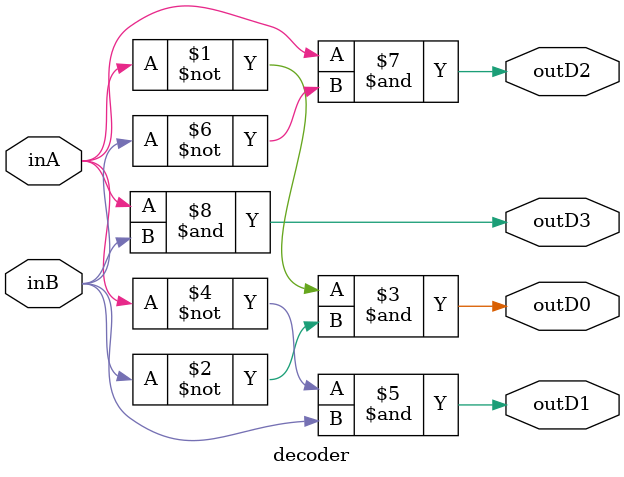
<source format=v>
`timescale 1ns / 1ps
module decoder(inA, inB, outD0, outD1, outD2, outD3);

input inA, inB;
output outD0, outD1, outD2, outD3;

assign outD0=(~inA)&(~inB);
assign outD1=(~inA)&inB;
assign outD2=inA&(~inB);
assign outD3=inA&inB;

endmodule

</source>
